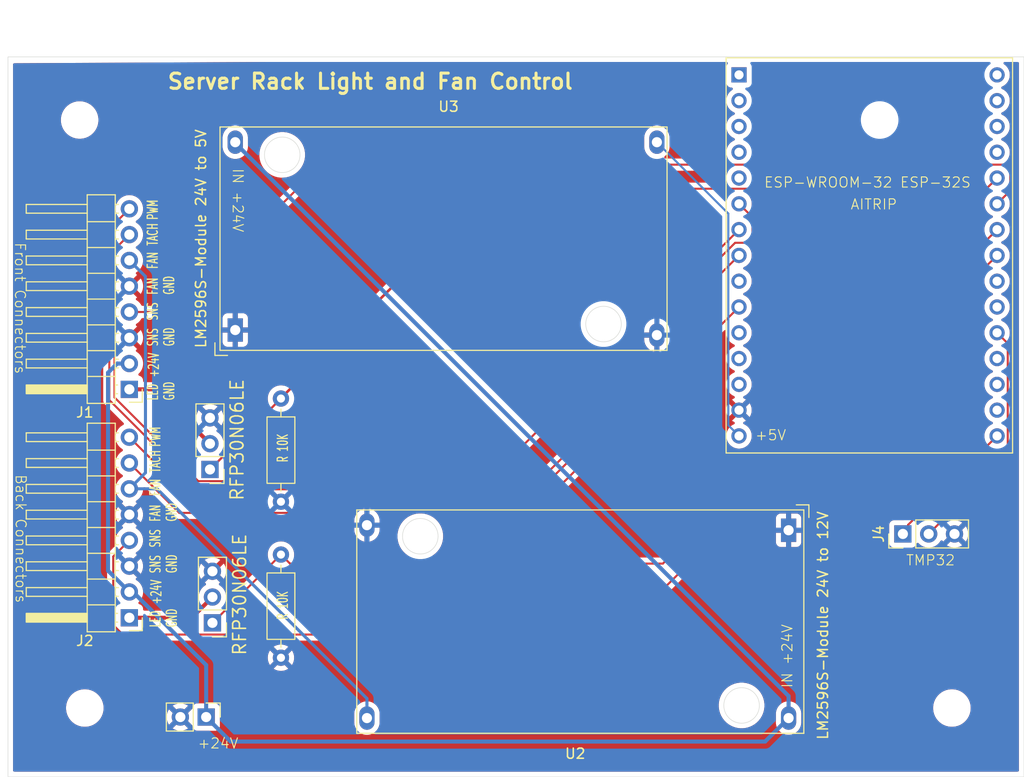
<source format=kicad_pcb>
(kicad_pcb (version 20241229) (generator "pcbnew") (generator_version "9.0")
  (layers (0 "F.Cu" signal) (2 "B.Cu" signal) (13 "F.Paste" user) (15 "B.Paste" user) (5 "F.SilkS" user "F.Silkscreen") (7 "B.SilkS" user "B.Silkscreen") (1 "F.Mask" user) (3 "B.Mask" user) (25 "Edge.Cuts" user))
  (net 0 "")
  (net 1 "/FRONT_LED_GATE")
  (net 2 "/BACK_LED_GATE")
  (net 3 "GND")
  (net 4 "/FRONT_FAN_TACH")
  (net 5 "/FRONT_FAN_PWM")
  (net 6 "/FRONT_LED")
  (net 7 "/BACK_LED")
  (net 8 "/BACK_FAN_PWM")
  (net 9 "/BACK_FAN_TACH")
  (net 10 "+12V")
  (net 11 "+24V")
  (net 12 "+5V")
  (net 30 "/FRONT_DOOR_SENSOR")
  (net 31 "/BACK_DOOR_SENSOR")
  (net 32 "/TMP_SENSOR")
  (net 33 "/3V3")
  (footprint "Connector_PinHeader_2.54mm:PinHeader_1x08_P2.54mm_Horizontal" (layer "F.Cu") (at 108.979 84.99 180)
    (property "Reference" "J1" (at 4.385 -2.27 0) (layer "F.SilkS"))
    (property "Value" "Front Connections")
    (fp_line (start 10.15 18.21) (end 4.15 18.21) (stroke (width 0.12)) (layer "F.SilkS"))
    (fp_line (start 10.15 17.35) (end 10.15 18.21) (stroke (width 0.12)) (layer "F.SilkS"))
    (fp_line (start 10.15 15.67) (end 4.15 15.67) (stroke (width 0.12)) (layer "F.SilkS"))
    (fp_line (start 10.15 14.81) (end 10.15 15.67) (stroke (width 0.12)) (layer "F.SilkS"))
    (fp_line (start 10.15 13.13) (end 4.15 13.13) (stroke (width 0.12)) (layer "F.SilkS"))
    (fp_line (start 10.15 12.27) (end 10.15 13.13) (stroke (width 0.12)) (layer "F.SilkS"))
    (fp_line (start 10.15 10.59) (end 4.15 10.59) (stroke (width 0.12)) (layer "F.SilkS"))
    (fp_line (start 10.15 9.73) (end 10.15 10.59) (stroke (width 0.12)) (layer "F.SilkS"))
    (fp_line (start 10.15 8.05) (end 4.15 8.05) (stroke (width 0.12)) (layer "F.SilkS"))
    (fp_line (start 10.15 7.19) (end 10.15 8.05) (stroke (width 0.12)) (layer "F.SilkS"))
    (fp_line (start 10.15 5.51) (end 4.15 5.51) (stroke (width 0.12)) (layer "F.SilkS"))
    (fp_line (start 10.15 4.65) (end 10.15 5.51) (stroke (width 0.12)) (layer "F.SilkS"))
    (fp_line (start 10.15 2.97) (end 4.15 2.97) (stroke (width 0.12)) (layer "F.SilkS"))
    (fp_line (start 10.15 2.11) (end 10.15 2.97) (stroke (width 0.12)) (layer "F.SilkS"))
    (fp_line (start 4.15 19.16) (end 4.15 -1.38) (stroke (width 0.12)) (layer "F.SilkS"))
    (fp_line (start 4.15 17.35) (end 10.15 17.35) (stroke (width 0.12)) (layer "F.SilkS"))
    (fp_line (start 4.15 14.81) (end 10.15 14.81) (stroke (width 0.12)) (layer "F.SilkS"))
    (fp_line (start 4.15 12.27) (end 10.15 12.27) (stroke (width 0.12)) (layer "F.SilkS"))
    (fp_line (start 4.15 9.73) (end 10.15 9.73) (stroke (width 0.12)) (layer "F.SilkS"))
    (fp_line (start 4.15 7.19) (end 10.15 7.19) (stroke (width 0.12)) (layer "F.SilkS"))
    (fp_line (start 4.15 4.65) (end 10.15 4.65) (stroke (width 0.12)) (layer "F.SilkS"))
    (fp_line (start 4.15 2.11) (end 10.15 2.11) (stroke (width 0.12)) (layer "F.SilkS"))
    (fp_line (start 4.15 -1.38) (end 1.39 -1.38) (stroke (width 0.12)) (layer "F.SilkS"))
    (fp_line (start 1.39 19.16) (end 4.15 19.16) (stroke (width 0.12)) (layer "F.SilkS"))
    (fp_line (start 1.39 16.51) (end 4.15 16.51) (stroke (width 0.12)) (layer "F.SilkS"))
    (fp_line (start 1.39 13.97) (end 4.15 13.97) (stroke (width 0.12)) (layer "F.SilkS"))
    (fp_line (start 1.39 11.43) (end 4.15 11.43) (stroke (width 0.12)) (layer "F.SilkS"))
    (fp_line (start 1.39 8.89) (end 4.15 8.89) (stroke (width 0.12)) (layer "F.SilkS"))
    (fp_line (start 1.39 6.35) (end 4.15 6.35) (stroke (width 0.12)) (layer "F.SilkS"))
    (fp_line (start 1.39 3.81) (end 4.15 3.81) (stroke (width 0.12)) (layer "F.SilkS"))
    (fp_line (start 1.39 1.27) (end 4.15 1.27) (stroke (width 0.12)) (layer "F.SilkS"))
    (fp_line (start 1.39 -1.38) (end 1.39 19.16) (stroke (width 0.12)) (layer "F.SilkS"))
    (fp_line (start 1.16 0.43) (end 1.39 0.43) (stroke (width 0.12)) (layer "F.SilkS"))
    (fp_line (start 1.16 -0.43) (end 1.39 -0.43) (stroke (width 0.12)) (layer "F.SilkS"))
    (fp_line (start 1.077358 18.21) (end 1.39 18.21) (stroke (width 0.12)) (layer "F.SilkS"))
    (fp_line (start 1.077358 17.35) (end 1.39 17.35) (stroke (width 0.12)) (layer "F.SilkS"))
    (fp_line (start 1.077358 15.67) (end 1.39 15.67) (stroke (width 0.12)) (layer "F.SilkS"))
    (fp_line (start 1.077358 14.81) (end 1.39 14.81) (stroke (width 0.12)) (layer "F.SilkS"))
    (fp_line (start 1.077358 13.13) (end 1.39 13.13) (stroke (width 0.12)) (layer "F.SilkS"))
    (fp_line (start 1.077358 12.27) (end 1.39 12.27) (stroke (width 0.12)) (layer "F.SilkS"))
    (fp_line (start 1.077358 10.59) (end 1.39 10.59) (stroke (width 0.12)) (layer "F.SilkS"))
    (fp_line (start 1.077358 9.73) (end 1.39 9.73) (stroke (width 0.12)) (layer "F.SilkS"))
    (fp_line (start 1.077358 8.05) (end 1.39 8.05) (stroke (width 0.12)) (layer "F.SilkS"))
    (fp_line (start 1.077358 7.19) (end 1.39 7.19) (stroke (width 0.12)) (layer "F.SilkS"))
    (fp_line (start 1.077358 5.51) (end 1.39 5.51) (stroke (width 0.12)) (layer "F.SilkS"))
    (fp_line (start 1.077358 4.65) (end 1.39 4.65) (stroke (width 0.12)) (layer "F.SilkS"))
    (fp_line (start 1.077358 2.97) (end 1.39 2.97) (stroke (width 0.12)) (layer "F.SilkS"))
    (fp_line (start 1.077358 2.11) (end 1.39 2.11) (stroke (width 0.12)) (layer "F.SilkS"))
    (fp_line (start -1.27 0) (end -1.27 -1.27) (stroke (width 0.12)) (layer "F.SilkS"))
    (fp_line (start -1.27 -1.27) (end 0 -1.27) (stroke (width 0.12)) (layer "F.SilkS"))
    (fp_rect (start 4.15 -0.43) (end 10.15 0.43) (stroke (width 0.12)) (fill yes) (layer "F.SilkS"))
    (pad "1" thru_hole rect (at 0 0 180) (size 1.7 1.7) (drill 1) (layers "*.Cu" "*.Mask") (net 6 "/FRONT_LED"))
    (pad "2" thru_hole circle (at 0 2.54 180) (size 1.7 1.7) (drill 1) (layers "*.Cu" "*.Mask") (net 11 "+24V"))
    (pad "3" thru_hole circle (at 0 5.08 180) (size 1.7 1.7) (drill 1) (layers "*.Cu" "*.Mask") (net 3 "GND"))
    (pad "4" thru_hole circle (at 0 7.62 180) (size 1.7 1.7) (drill 1) (layers "*.Cu" "*.Mask") (net 30 "/FRONT_DOOR_SENSOR"))
    (pad "5" thru_hole circle (at 0 10.16 180) (size 1.7 1.7) (drill 1) (layers "*.Cu" "*.Mask") (net 3 "GND"))
    (pad "6" thru_hole circle (at 0 12.7 180) (size 1.7 1.7) (drill 1) (layers "*.Cu" "*.Mask") (net 10 "+12V"))
    (pad "7" thru_hole circle (at 0 15.24 180) (size 1.7 1.7) (drill 1) (layers "*.Cu" "*.Mask") (net 4 "/FRONT_FAN_TACH"))
    (pad "8" thru_hole circle (at 0 17.78 180) (size 1.7 1.7) (drill 1) (layers "*.Cu" "*.Mask") (net 5 "/FRONT_FAN_PWM"))
  )
  (footprint "Connector_PinHeader_2.54mm:PinHeader_1x03_P2.54mm_Vertical" (layer "F.Cu") (at 185.112 99.231 90)
    (property "Reference" "J4" (at 0 -2.38 90) (layer "F.SilkS"))
    (property "Value" "TMP32")
    (fp_line (start -1.38 -1.38) (end 0 -1.38) (stroke (width 0.12)) (layer "F.SilkS"))
    (fp_line (start -1.38 0) (end -1.38 -1.38) (stroke (width 0.12)) (layer "F.SilkS"))
    (fp_line (start 1.38 1.27) (end 1.38 6.46) (stroke (width 0.12)) (layer "F.SilkS"))
    (fp_line (start -1.38 1.27) (end 1.38 1.27) (stroke (width 0.12)) (layer "F.SilkS"))
    (fp_line (start -1.38 1.27) (end -1.38 6.46) (stroke (width 0.12)) (layer "F.SilkS"))
    (fp_line (start -1.38 6.46) (end 1.38 6.46) (stroke (width 0.12)) (layer "F.SilkS"))
    (pad "1" thru_hole rect (at 0 0 90) (size 1.7 1.7) (drill 1) (layers "*.Cu" "*.Mask") (net 33 "/3V3"))
    (pad "2" thru_hole circle (at 0 2.54 90) (size 1.7 1.7) (drill 1) (layers "*.Cu" "*.Mask") (net 32 "/TMP_SENSOR"))
    (pad "3" thru_hole circle (at 0 5.08 90) (size 1.7 1.7) (drill 1) (layers "*.Cu" "*.Mask") (net 3 "GND"))
  )
  (footprint "MountingHole:MountingHole_3.2mm_M3" (layer "F.Cu") (at 104.594 116.376)
    (property "Reference" "REF**" (hide yes))
    (property "Value" "MountingHole_3.2mm_M3" (hide yes))
    (pad "" np_thru_hole circle (at 0 0) (size 3.2 3.2) (drill 3.2) (layers "*.Cu" "*.Mask"))
  )
  (footprint "Mine:ESP32-C3-DevKitM-1" (layer "F.Cu") (at 168.983 54.019)
    (property "Reference" "U1" (hide yes))
    (property "Value" "ESP32" (hide yes))
    (fp_line (start -1.27 -1.68) (end 26.924 -1.68) (stroke (width 0.12)) (layer "F.SilkS"))
    (fp_line (start -1.27 37.24) (end -1.27 -1.68) (stroke (width 0.12)) (layer "F.SilkS"))
    (fp_line (start 26.924 -1.68) (end 26.924 37.24) (stroke (width 0.12)) (layer "F.SilkS"))
    (fp_line (start 26.924 37.24) (end -1.27 37.24) (stroke (width 0.12)) (layer "F.SilkS"))
    (pad "1" thru_hole circle (at 0 33.02) (size 1.5 1.5) (drill 0.9) (layers "*.Cu" "*.Mask") (net 3 "GND"))
    (pad "2" thru_hole circle (at 25.4 35.56) (size 1.5 1.5) (drill 0.9) (layers "*.Cu" "*.Mask") (net 33 "/3V3"))
    (pad "3" thru_hole rect (at 0 0) (size 1.5 1.5) (drill 0.9) (layers "*.Cu" "*.Mask"))
    (pad "4" thru_hole circle (at 0 2.54) (size 1.5 1.5) (drill 0.9) (layers "*.Cu" "*.Mask"))
    (pad "5" thru_hole circle (at 0 5.08) (size 1.5 1.5) (drill 0.9) (layers "*.Cu" "*.Mask"))
    (pad "5V" thru_hole circle (at 0 35.56) (size 1.5 1.5) (drill 0.9) (layers "*.Cu" "*.Mask") (net 12 "+5V"))
    (pad "6" thru_hole circle (at 0 7.62) (size 1.5 1.5) (drill 0.9) (layers "*.Cu" "*.Mask"))
    (pad "7" thru_hole circle (at 0 10.16) (size 1.5 1.5) (drill 0.9) (layers "*.Cu" "*.Mask"))
    (pad "8" thru_hole circle (at 0 12.7) (size 1.5 1.5) (drill 0.9) (layers "*.Cu" "*.Mask") (net 5 "/FRONT_FAN_PWM"))
    (pad "9" thru_hole circle (at 0 15.24) (size 1.5 1.5) (drill 0.9) (layers "*.Cu" "*.Mask") (net 4 "/FRONT_FAN_TACH"))
    (pad "10" thru_hole circle (at 0 17.78) (size 1.5 1.5) (drill 0.9) (layers "*.Cu" "*.Mask") (net 8 "/BACK_FAN_PWM"))
    (pad "11" thru_hole circle (at 0 20.32) (size 1.5 1.5) (drill 0.9) (layers "*.Cu" "*.Mask"))
    (pad "12" thru_hole circle (at 0 22.86) (size 1.5 1.5) (drill 0.9) (layers "*.Cu" "*.Mask") (net 9 "/BACK_FAN_TACH"))
    (pad "13" thru_hole circle (at 0 25.4) (size 1.5 1.5) (drill 0.9) (layers "*.Cu" "*.Mask"))
    (pad "14" thru_hole circle (at 0 27.94) (size 1.5 1.5) (drill 0.9) (layers "*.Cu" "*.Mask"))
    (pad "16" thru_hole circle (at 0 30.48) (size 1.5 1.5) (drill 0.9) (layers "*.Cu" "*.Mask"))
    (pad "23" thru_hole circle (at 25.4 30.48) (size 1.5 1.5) (drill 0.9) (layers "*.Cu" "*.Mask"))
    (pad "24" thru_hole circle (at 25.4 27.94) (size 1.5 1.5) (drill 0.9) (layers "*.Cu" "*.Mask"))
    (pad "26" thru_hole circle (at 25.4 25.4) (size 1.5 1.5) (drill 0.9) (layers "*.Cu" "*.Mask") (net 32 "/TMP_SENSOR"))
    (pad "27" thru_hole circle (at 25.4 22.86) (size 1.5 1.5) (drill 0.9) (layers "*.Cu" "*.Mask"))
    (pad "28" thru_hole circle (at 25.4 20.32) (size 1.5 1.5) (drill 0.9) (layers "*.Cu" "*.Mask"))
    (pad "29" thru_hole circle (at 25.4 17.78) (size 1.5 1.5) (drill 0.9) (layers "*.Cu" "*.Mask") (net 31 "/BACK_DOOR_SENSOR"))
    (pad "30" thru_hole circle (at 25.4 15.24) (size 1.5 1.5) (drill 0.9) (layers "*.Cu" "*.Mask") (net 2 "/BACK_LED_GATE"))
    (pad "31" thru_hole circle (at 25.4 12.7) (size 1.5 1.5) (drill 0.9) (layers "*.Cu" "*.Mask") (net 30 "/FRONT_DOOR_SENSOR"))
    (pad "33" thru_hole circle (at 25.4 10.16) (size 1.5 1.5) (drill 0.9) (layers "*.Cu" "*.Mask") (net 1 "/FRONT_LED_GATE"))
    (pad "34" thru_hole circle (at 25.4 7.62) (size 1.5 1.5) (drill 0.9) (layers "*.Cu" "*.Mask"))
    (pad "35" thru_hole circle (at 25.4 5.08) (size 1.5 1.5) (drill 0.9) (layers "*.Cu" "*.Mask"))
    (pad "36" thru_hole circle (at 25.4 2.54) (size 1.5 1.5) (drill 0.9) (layers "*.Cu" "*.Mask"))
    (pad "37" thru_hole circle (at 25.4 0) (size 1.5 1.5) (drill 0.9) (layers "*.Cu" "*.Mask"))
    (pad "38" thru_hole circle (at 25.4 33.02) (size 1.5 1.5) (drill 0.9) (layers "*.Cu" "*.Mask"))
  )
  (footprint "Connector_PinHeader_2.54mm:PinHeader_1x03_P2.54mm_Vertical" (layer "F.Cu") (at 116.913 92.881 180)
    (property "Reference" "Q1" (hide yes))
    (property "Value" "RFP30N06LE" (hide yes))
    (fp_line (start 1.38 1.27) (end 1.38 6.46) (stroke (width 0.12)) (layer "F.SilkS"))
    (fp_line (start -1.38 6.46) (end 1.38 6.46) (stroke (width 0.12)) (layer "F.SilkS"))
    (fp_line (start -1.38 1.27) (end 1.38 1.27) (stroke (width 0.12)) (layer "F.SilkS"))
    (fp_line (start -1.38 1.27) (end -1.38 6.46) (stroke (width 0.12)) (layer "F.SilkS"))
    (fp_line (start -1.38 0) (end -1.38 -1.38) (stroke (width 0.12)) (layer "F.SilkS"))
    (fp_line (start -1.38 -1.38) (end 0 -1.38) (stroke (width 0.12)) (layer "F.SilkS"))
    (pad "1" thru_hole rect (at 0 0 180) (size 1.7 1.7) (drill 1) (layers "*.Cu" "*.Mask") (net 1 "/FRONT_LED_GATE"))
    (pad "2" thru_hole circle (at 0 2.54 180) (size 1.7 1.7) (drill 1) (layers "*.Cu" "*.Mask") (net 6 "/FRONT_LED"))
    (pad "3" thru_hole circle (at 0 5.08 180) (size 1.7 1.7) (drill 1) (layers "*.Cu" "*.Mask") (net 3 "GND"))
  )
  (footprint "MountingHole:MountingHole_3.2mm_M3" (layer "F.Cu") (at 189.938 116.376)
    (property "Reference" "REF**" (hide yes))
    (property "Value" "MountingHole_3.2mm_M3" (hide yes))
    (pad "" np_thru_hole circle (at 0 0) (size 3.2 3.2) (drill 3.2) (layers "*.Cu" "*.Mask"))
  )
  (footprint "MountingHole:MountingHole_3.2mm_M3" (layer "F.Cu") (at 104.086 58.464)
    (property "Reference" "REF**" (hide yes))
    (property "Value" "MountingHole_3.2mm_M3" (hide yes))
    (pad "" np_thru_hole circle (at 0 0) (size 3.2 3.2) (drill 3.2) (layers "*.Cu" "*.Mask"))
  )
  (footprint "Resistor_THT:R_Axial_DIN0207_L6.3mm_D2.5mm_P10.16mm_Horizontal" (layer "F.Cu") (at 123.898 85.896 -90)
    (property "Reference" "R1" (hide yes))
    (property "Value" "10k" (hide yes))
    (fp_line (start 1.04 0) (end 1.81 0) (stroke (width 0.12)) (layer "F.SilkS"))
    (fp_line (start 9.12 0) (end 8.35 0) (stroke (width 0.12)) (layer "F.SilkS"))
    (fp_rect (start 1.81 -1.37) (end 8.35 1.37) (stroke (width 0.12)) (fill no) (layer "F.SilkS"))
    (pad "1" thru_hole circle (at 0 0 270) (size 1.6 1.6) (drill 0.8) (layers "*.Cu" "*.Mask") (net 1 "/FRONT_LED_GATE"))
    (pad "2" thru_hole circle (at 10.16 0 270) (size 1.6 1.6) (drill 0.8) (layers "*.Cu" "*.Mask") (net 3 "GND"))
  )
  (footprint "Mine:LM2596 DC to DC High Efficiency Voltage Regulator 3.2-35V to 1.25-30V Buck Converter" (layer "F.Cu") (at 153.362 107.867 180)
    (property "Reference" "U2" (at 0.5 -13 0) (layer "F.SilkS"))
    (property "Value" "LM2596S-Module 24V to 12V" (at -23.876 -0.376 90) (layer "F.SilkS"))
    (fp_line (start 22 11) (end -22 11) (stroke (width 0.12)) (layer "F.SilkS"))
    (fp_line (start 22 -11) (end 22 11) (stroke (width 0.12)) (layer "F.SilkS"))
    (fp_line (start -22 11) (end -22 -11) (stroke (width 0.12)) (layer "F.SilkS"))
    (fp_line (start -22 -11) (end 22 -11) (stroke (width 0.12)) (layer "F.SilkS"))
    (fp_line (start -22.5 11.5) (end -21.26 11.5) (stroke (width 0.12)) (layer "F.SilkS"))
    (fp_line (start -22.5 10.26) (end -22.5 11.5) (stroke (width 0.12)) (layer "F.SilkS"))
    (fp_circle (center 15.748 8.41) (end 17.498 8.41) (stroke (width 0.05)) (fill no) (layer "Edge.Cuts"))
    (fp_circle (center -15.875 -8.255) (end -14.125 -8.255) (stroke (width 0.05)) (fill no) (layer "Edge.Cuts"))
    (pad "1" thru_hole oval (at -20.5 -9.5 180) (size 1.5 2.3) (drill 1) (layers "*.Cu" "*.Mask") (net 11 "+24V"))
    (pad "2" thru_hole rect (at -20.5 9 180) (size 1.5 2.3) (drill 1) (layers "*.Cu" "*.Mask") (net 3 "GND"))
    (pad "3" thru_hole oval (at 21 -9.5 180) (size 1.5 2.3) (drill 1) (layers "*.Cu" "*.Mask") (net 10 "+12V"))
    (pad "4" thru_hole oval (at 21 9.5 180) (size 1.5 2.3) (drill 1) (layers "*.Cu" "*.Mask") (net 3 "GND"))
  )
  (footprint "Connector_PinHeader_2.54mm:PinHeader_1x03_P2.54mm_Vertical" (layer "F.Cu") (at 117.155327 107.986566 180)
    (property "Reference" "Q2" (hide yes))
    (property "Value" "RFP30N06LE" (hide yes))
    (fp_line (start 1.38 1.27) (end 1.38 6.46) (stroke (width 0.12)) (layer "F.SilkS"))
    (fp_line (start -1.38 6.46) (end 1.38 6.46) (stroke (width 0.12)) (layer "F.SilkS"))
    (fp_line (start -1.38 1.27) (end 1.38 1.27) (stroke (width 0.12)) (layer "F.SilkS"))
    (fp_line (start -1.38 1.27) (end -1.38 6.46) (stroke (width 0.12)) (layer "F.SilkS"))
    (fp_line (start -1.38 0) (end -1.38 -1.38) (stroke (width 0.12)) (layer "F.SilkS"))
    (fp_line (start -1.38 -1.38) (end 0 -1.38) (stroke (width 0.12)) (layer "F.SilkS"))
    (pad "1" thru_hole rect (at 0 0 180) (size 1.7 1.7) (drill 1) (layers "*.Cu" "*.Mask") (net 2 "/BACK_LED_GATE"))
    (pad "2" thru_hole circle (at 0 2.54 180) (size 1.7 1.7) (drill 1) (layers "*.Cu" "*.Mask") (net 7 "/BACK_LED"))
    (pad "3" thru_hole circle (at 0 5.08 180) (size 1.7 1.7) (drill 1) (layers "*.Cu" "*.Mask") (net 3 "GND"))
  )
  (footprint "Connector_PinHeader_2.54mm:PinHeader_1x08_P2.54mm_Horizontal" (layer "F.Cu") (at 108.979 107.486 180)
    (property "Reference" "J2" (at 4.385 -2.27 0) (layer "F.SilkS"))
    (property "Value" "Back Connections")
    (fp_line (start 10.15 18.21) (end 4.15 18.21) (stroke (width 0.12)) (layer "F.SilkS"))
    (fp_line (start 10.15 17.35) (end 10.15 18.21) (stroke (width 0.12)) (layer "F.SilkS"))
    (fp_line (start 10.15 15.67) (end 4.15 15.67) (stroke (width 0.12)) (layer "F.SilkS"))
    (fp_line (start 10.15 14.81) (end 10.15 15.67) (stroke (width 0.12)) (layer "F.SilkS"))
    (fp_line (start 10.15 13.13) (end 4.15 13.13) (stroke (width 0.12)) (layer "F.SilkS"))
    (fp_line (start 10.15 12.27) (end 10.15 13.13) (stroke (width 0.12)) (layer "F.SilkS"))
    (fp_line (start 10.15 10.59) (end 4.15 10.59) (stroke (width 0.12)) (layer "F.SilkS"))
    (fp_line (start 10.15 9.73) (end 10.15 10.59) (stroke (width 0.12)) (layer "F.SilkS"))
    (fp_line (start 10.15 8.05) (end 4.15 8.05) (stroke (width 0.12)) (layer "F.SilkS"))
    (fp_line (start 10.15 7.19) (end 10.15 8.05) (stroke (width 0.12)) (layer "F.SilkS"))
    (fp_line (start 10.15 5.51) (end 4.15 5.51) (stroke (width 0.12)) (layer "F.SilkS"))
    (fp_line (start 10.15 4.65) (end 10.15 5.51) (stroke (width 0.12)) (layer "F.SilkS"))
    (fp_line (start 10.15 2.97) (end 4.15 2.97) (stroke (width 0.12)) (layer "F.SilkS"))
    (fp_line (start 10.15 2.11) (end 10.15 2.97) (stroke (width 0.12)) (layer "F.SilkS"))
    (fp_line (start 4.15 19.16) (end 4.15 -1.38) (stroke (width 0.12)) (layer "F.SilkS"))
    (fp_line (start 4.15 17.35) (end 10.15 17.35) (stroke (width 0.12)) (layer "F.SilkS"))
    (fp_line (start 4.15 14.81) (end 10.15 14.81) (stroke (width 0.12)) (layer "F.SilkS"))
    (fp_line (start 4.15 12.27) (end 10.15 12.27) (stroke (width 0.12)) (layer "F.SilkS"))
    (fp_line (start 4.15 9.73) (end 10.15 9.73) (stroke (width 0.12)) (layer "F.SilkS"))
    (fp_line (start 4.15 7.19) (end 10.15 7.19) (stroke (width 0.12)) (layer "F.SilkS"))
    (fp_line (start 4.15 4.65) (end 10.15 4.65) (stroke (width 0.12)) (layer "F.SilkS"))
    (fp_line (start 4.15 2.11) (end 10.15 2.11) (stroke (width 0.12)) (layer "F.SilkS"))
    (fp_line (start 4.15 -1.38) (end 1.39 -1.38) (stroke (width 0.12)) (layer "F.SilkS"))
    (fp_line (start 1.39 19.16) (end 4.15 19.16) (stroke (width 0.12)) (layer "F.SilkS"))
    (fp_line (start 1.39 16.51) (end 4.15 16.51) (stroke (width 0.12)) (layer "F.SilkS"))
    (fp_line (start 1.39 13.97) (end 4.15 13.97) (stroke (width 0.12)) (layer "F.SilkS"))
    (fp_line (start 1.39 11.43) (end 4.15 11.43) (stroke (width 0.12)) (layer "F.SilkS"))
    (fp_line (start 1.39 8.89) (end 4.15 8.89) (stroke (width 0.12)) (layer "F.SilkS"))
    (fp_line (start 1.39 6.35) (end 4.15 6.35) (stroke (width 0.12)) (layer "F.SilkS"))
    (fp_line (start 1.39 3.81) (end 4.15 3.81) (stroke (width 0.12)) (layer "F.SilkS"))
    (fp_line (start 1.39 1.27) (end 4.15 1.27) (stroke (width 0.12)) (layer "F.SilkS"))
    (fp_line (start 1.39 -1.38) (end 1.39 19.16) (stroke (width 0.12)) (layer "F.SilkS"))
    (fp_line (start 1.16 0.43) (end 1.39 0.43) (stroke (width 0.12)) (layer "F.SilkS"))
    (fp_line (start 1.16 -0.43) (end 1.39 -0.43) (stroke (width 0.12)) (layer "F.SilkS"))
    (fp_line (start 1.077358 18.21) (end 1.39 18.21) (stroke (width 0.12)) (layer "F.SilkS"))
    (fp_line (start 1.077358 17.35) (end 1.39 17.35) (stroke (width 0.12)) (layer "F.SilkS"))
    (fp_line (start 1.077358 15.67) (end 1.39 15.67) (stroke (width 0.12)) (layer "F.SilkS"))
    (fp_line (start 1.077358 14.81) (end 1.39 14.81) (stroke (width 0.12)) (layer "F.SilkS"))
    (fp_line (start 1.077358 13.13) (end 1.39 13.13) (stroke (width 0.12)) (layer "F.SilkS"))
    (fp_line (start 1.077358 12.27) (end 1.39 12.27) (stroke (width 0.12)) (layer "F.SilkS"))
    (fp_line (start 1.077358 10.59) (end 1.39 10.59) (stroke (width 0.12)) (layer "F.SilkS"))
    (fp_line (start 1.077358 9.73) (end 1.39 9.73) (stroke (width 0.12)) (layer "F.SilkS"))
    (fp_line (start 1.077358 8.05) (end 1.39 8.05) (stroke (width 0.12)) (layer "F.SilkS"))
    (fp_line (start 1.077358 7.19) (end 1.39 7.19) (stroke (width 0.12)) (layer "F.SilkS"))
    (fp_line (start 1.077358 5.51) (end 1.39 5.51) (stroke (width 0.12)) (layer "F.SilkS"))
    (fp_line (start 1.077358 4.65) (end 1.39 4.65) (stroke (width 0.12)) (layer "F.SilkS"))
    (fp_line (start 1.077358 2.97) (end 1.39 2.97) (stroke (width 0.12)) (layer "F.SilkS"))
    (fp_line (start 1.077358 2.11) (end 1.39 2.11) (stroke (width 0.12)) (layer "F.SilkS"))
    (fp_line (start -1.27 0) (end -1.27 -1.27) (stroke (width 0.12)) (layer "F.SilkS"))
    (fp_line (start -1.27 -1.27) (end 0 -1.27) (stroke (width 0.12)) (layer "F.SilkS"))
    (fp_rect (start 4.15 -0.43) (end 10.15 0.43) (stroke (width 0.12)) (fill yes) (layer "F.SilkS"))
    (pad "1" thru_hole rect (at 0 0 180) (size 1.7 1.7) (drill 1) (layers "*.Cu" "*.Mask") (net 7 "/BACK_LED"))
    (pad "2" thru_hole circle (at 0 2.54 180) (size 1.7 1.7) (drill 1) (layers "*.Cu" "*.Mask") (net 11 "+24V"))
    (pad "3" thru_hole circle (at 0 5.08 180) (size 1.7 1.7) (drill 1) (layers "*.Cu" "*.Mask") (net 3 "GND"))
    (pad "4" thru_hole circle (at 0 7.62 180) (size 1.7 1.7) (drill 1) (layers "*.Cu" "*.Mask") (net 31 "/BACK_DOOR_SENSOR"))
    (pad "5" thru_hole circle (at 0 10.16 180) (size 1.7 1.7) (drill 1) (layers "*.Cu" "*.Mask") (net 3 "GND"))
    (pad "6" thru_hole circle (at 0 12.7 180) (size 1.7 1.7) (drill 1) (layers "*.Cu" "*.Mask") (net 10 "+12V"))
    (pad "7" thru_hole circle (at 0 15.24 180) (size 1.7 1.7) (drill 1) (layers "*.Cu" "*.Mask") (net 9 "/BACK_FAN_TACH"))
    (pad "8" thru_hole circle (at 0 17.78 180) (size 1.7 1.7) (drill 1) (layers "*.Cu" "*.Mask") (net 8 "/BACK_FAN_PWM"))
  )
  (footprint "Resistor_THT:R_Axial_DIN0207_L6.3mm_D2.5mm_P10.16mm_Horizontal" (layer "F.Cu") (at 123.898 101.263 -90)
    (property "Reference" "R2" (hide yes))
    (property "Value" "10k" (hide yes))
    (fp_line (start 1.04 0) (end 1.81 0) (stroke (width 0.12)) (layer "F.SilkS"))
    (fp_line (start 9.12 0) (end 8.35 0) (stroke (width 0.12)) (layer "F.SilkS"))
    (fp_rect (start 1.81 -1.37) (end 8.35 1.37) (stroke (width 0.12)) (fill no) (layer "F.SilkS"))
    (pad "1" thru_hole circle (at 0 0 270) (size 1.6 1.6) (drill 0.8) (layers "*.Cu" "*.Mask") (net 2 "/BACK_LED_GATE"))
    (pad "2" thru_hole circle (at 10.16 0 270) (size 1.6 1.6) (drill 0.8) (layers "*.Cu" "*.Mask") (net 3 "GND"))
  )
  (footprint "Connector_PinHeader_2.54mm:PinHeader_1x02_P2.54mm_Vertical" (layer "F.Cu") (at 116.537 117.265 -90)
    (property "Reference" "J3" (hide yes))
    (property "Value" "Barrel_Jack")
    (fp_line (start -1.38 3.92) (end 1.38 3.92) (stroke (width 0.12)) (layer "F.SilkS"))
    (fp_line (start -1.38 1.27) (end -1.38 3.92) (stroke (width 0.12)) (layer "F.SilkS"))
    (fp_line (start -1.38 1.27) (end 1.38 1.27) (stroke (width 0.12)) (layer "F.SilkS"))
    (fp_line (start 1.38 1.27) (end 1.38 3.92) (stroke (width 0.12)) (layer "F.SilkS"))
    (fp_line (start -1.38 0) (end -1.38 -1.38) (stroke (width 0.12)) (layer "F.SilkS"))
    (fp_line (start -1.38 -1.38) (end 0 -1.38) (stroke (width 0.12)) (layer "F.SilkS"))
    (pad "1" thru_hole rect (at 0 0 270) (size 1.7 1.7) (drill 1) (layers "*.Cu" "*.Mask") (net 11 "+24V"))
    (pad "2" thru_hole circle (at 0 2.54 270) (size 1.7 1.7) (drill 1) (layers "*.Cu" "*.Mask") (net 3 "GND"))
  )
  (footprint "Mine:LM2596 DC to DC High Efficiency Voltage Regulator 3.2-35V to 1.25-30V Buck Converter" (layer "F.Cu") (at 139.9 70.148)
    (property "Reference" "U3" (at 0.5 -13 0) (layer "F.SilkS"))
    (property "Value" "LM2596S-Module 24V to 5V" (at -23.876 0 270) (layer "F.SilkS"))
    (fp_line (start -22.5 10.26) (end -22.5 11.5) (stroke (width 0.12)) (layer "F.SilkS"))
    (fp_line (start -22.5 11.5) (end -21.26 11.5) (stroke (width 0.12)) (layer "F.SilkS"))
    (fp_line (start -22 -11) (end 22 -11) (stroke (width 0.12)) (layer "F.SilkS"))
    (fp_line (start -22 11) (end -22 -11) (stroke (width 0.12)) (layer "F.SilkS"))
    (fp_line (start 22 -11) (end 22 11) (stroke (width 0.12)) (layer "F.SilkS"))
    (fp_line (start 22 11) (end -22 11) (stroke (width 0.12)) (layer "F.SilkS"))
    (fp_circle (center -15.875 -8.255) (end -14.125 -8.255) (stroke (width 0.05)) (fill no) (layer "Edge.Cuts"))
    (fp_circle (center 15.748 8.41) (end 17.498 8.41) (stroke (width 0.05)) (fill no) (layer "Edge.Cuts"))
    (pad "1" thru_hole oval (at -20.5 -9.5) (size 1.5 2.3) (drill 1) (layers "*.Cu" "*.Mask") (net 11 "+24V"))
    (pad "2" thru_hole rect (at -20.5 9) (size 1.5 2.3) (drill 1) (layers "*.Cu" "*.Mask") (net 3 "GND"))
    (pad "3" thru_hole oval (at 21 -9.5) (size 1.5 2.3) (drill 1) (layers "*.Cu" "*.Mask") (net 12 "+5V"))
    (pad "4" thru_hole oval (at 21 9.5) (size 1.5 2.3) (drill 1) (layers "*.Cu" "*.Mask") (net 3 "GND"))
  )
  (footprint "MountingHole:MountingHole_3.2mm_M3" (layer "F.Cu") (at 182.826 58.464)
    (property "Reference" "REF**" (hide yes))
    (property "Value" "MountingHole_3.2mm_M3" (hide yes))
    (pad "" np_thru_hole circle (at 0 0) (size 3.2 3.2) (drill 3.2) (layers "*.Cu" "*.Mask"))
  )
  (gr_rect (start 97.03 52.245) (end 197.03 123.145) (stroke (width 0.05)) (fill no) (layer "Edge.Cuts"))
  (gr_text "SNS" (at 110.69 78.276 90) (layer "F.SilkS") (effects (font (size 1 0.6) (thickness 0.12) (bold yes)) (justify left top)))
  (gr_text "TMP32" (at 185.366 102.406 0) (layer "F.SilkS") (effects (font (size 1 1) (thickness 0.1)) (justify left bottom)))
  (gr_text "+5V" (at 170.507 90.087 0) (layer "F.SilkS") (effects (font (size 1 1) (thickness 0.1)) (justify left bottom)))
  (gr_text "+24V" (at 112.214 106.216 90) (layer "F.SilkS") (effects (font (size 1 0.6) (thickness 0.12) (bold yes)) (justify left bottom)))
  (gr_text "R 10K" (at 124.66 107.74 90) (layer "F.SilkS") (effects (font (size 1 0.6) (thickness 0.12) (bold yes)) (justify left bottom)))
  (gr_text "Back Connectors" (at 97.703243 93.307972 270) (layer "F.SilkS") (effects (font (size 1 1) (thickness 0.1)) (justify left bottom)))
  (gr_text "LED\nGND" (at 113.484 86.15 90) (layer "F.SilkS") (effects (font (size 1 0.6) (thickness 0.12) (bold yes)) (justify left bottom)))
  (gr_text "ESP-WROOM-32 ESP-32S" (at 171.396 65.195 0) (layer "F.SilkS") (effects (font (size 1 1) (thickness 0.1)) (justify left bottom)))
  (gr_text "+24V" (at 115.643 120.44 0) (layer "F.SilkS") (effects (font (size 1 1) (thickness 0.1)) (justify left bottom)))
  (gr_text "IN +24V" (at 119.072 63.163 270) (layer "F.SilkS") (effects (font (size 1 1) (thickness 0.1)) (justify left bottom)))
  (gr_text "IN +24V" (at 174.317 114.471 90) (layer "F.SilkS") (effects (font (size 1 1) (thickness 0.1)) (justify left bottom)))
  (gr_text "PWM" (at 110.69 68.37 90) (layer "F.SilkS") (effects (font (size 1 0.6) (thickness 0.12) (bold yes)) (justify left top)))
  (gr_text "FAN" (at 110.944 95.548 90) (layer "F.SilkS") (effects (font (size 1 0.6) (thickness 0.12) (bold yes)) (justify left top)))
  (gr_text "Front Connectors" (at 97.635721 70.461045 270) (layer "F.SilkS") (effects (font (size 1 1) (thickness 0.1)) (justify left bottom)))
  (gr_text "R 10K" (at 124.66 92.246 90) (layer "F.SilkS") (effects (font (size 1 0.6) (thickness 0.12) (bold yes)) (justify left bottom)))
  (gr_text "PWM" (at 110.944 90.722 90) (layer "F.SilkS") (effects (font (size 1 0.6) (thickness 0.12) (bold yes)) (justify left top)))
  (gr_text "RFP30N06LE" (at 119.834 105.2 90) (layer "F.SilkS") (effects (font (size 1.27 1.27))))
  (gr_text "RFP30N06LE" (at 119.58 89.96 90) (layer "F.SilkS") (effects (font (size 1.27 1.27))))
  (gr_text "TACH" (at 110.69 70.91 90) (layer "F.SilkS") (effects (font (size 1 0.6) (thickness 0.12) (bold yes)) (justify left top)))
  (gr_text "TACH" (at 110.944 93.262 90) (layer "F.SilkS") (effects (font (size 1 0.6) (thickness 0.12) (bold yes)) (justify left top)))
  (gr_text "Server Rack Light and Fan Control" (at 112.595 55.543 0) (layer "F.SilkS") (effects (font (size 1.5 1.5) (thickness 0.3) (bold yes)) (justify left bottom)))
  (gr_text "+24V" (at 111.96 83.864 90) (layer "F.SilkS") (effects (font (size 1 0.6) (thickness 0.12) (bold yes)) (justify left bottom)))
  (gr_text "SNS\nGND" (at 113.484 80.816 90) (layer "F.SilkS") (effects (font (size 1 0.6) (thickness 0.12) (bold yes)) (justify left bottom)))
  (gr_text "FAN" (at 110.69 73.196 90) (layer "F.SilkS") (effects (font (size 1 0.6) (thickness 0.12) (bold yes)) (justify left top)))
  (gr_text "AITRIP" (at 179.905 67.354 0) (layer "F.SilkS") (effects (font (size 1 1) (thickness 0.1)) (justify left bottom)))
  (gr_text "FAN\nGND" (at 110.944 98.088 90) (layer "F.SilkS") (effects (font (size 1 0.6) (thickness 0.12) (bold yes)) (justify left top)))
  (gr_text "LED\nGND" (at 113.738 108.502 90) (layer "F.SilkS") (effects (font (size 1 0.6) (thickness 0.12) (bold yes)) (justify left bottom)))
  (gr_text "SNS" (at 110.944 100.628 90) (layer "F.SilkS") (effects (font (size 1 0.6) (thickness 0.12) (bold yes)) (justify left top)))
  (gr_text "SNS\nGND" (at 113.738 103.168 90) (layer "F.SilkS") (effects (font (size 1 0.6) (thickness 0.12) (bold yes)) (justify left bottom)))
  (gr_text "FAN\nGND" (at 110.69 75.736 90) (layer "F.SilkS") (effects (font (size 1 0.6) (thickness 0.12) (bold yes)) (justify left top)))
  (segment (start 116.913 92.881) (end 144.564 65.23) (width 0.2) (layer "F.Cu") (net 1))
  (segment (start 123.898 85.896) (end 123.898 85.8198) (width 0.2) (layer "F.Cu") (net 1))
  (segment (start 193.332 65.23) (end 194.383 64.179) (width 0.2) (layer "F.Cu") (net 1))
  (segment (start 116.913 92.881) (end 123.898 85.896) (width 0.2) (layer "F.Cu") (net 1))
  (segment (start 144.564 65.23) (end 193.332 65.23) (width 0.2) (layer "F.Cu") (net 1))
  (segment (start 123.898 85.8198) (end 144.1418 65.576) (width 0.2) (layer "F.Cu") (net 1))
  (segment (start 117.155327 107.986566) (end 117.174434 107.986566) (width 0.2) (layer "F.Cu") (net 2))
  (segment (start 161.49 102.152) (end 194.383 69.259) (width 0.2) (layer "F.Cu") (net 2))
  (segment (start 117.174434 107.986566) (end 123.898 101.263) (width 0.2) (layer "F.Cu") (net 2))
  (segment (start 124.787 102.152) (end 161.49 102.152) (width 0.2) (layer "F.Cu") (net 2))
  (segment (start 123.898 101.263) (end 124.787 102.152) (width 0.2) (layer "F.Cu") (net 2))
  (segment (start 108.979 69.75) (end 107.515 71.214) (width 0.2) (layer "F.Cu") (net 4))
  (segment (start 115.762 94.032) (end 144.21 94.032) (width 0.2) (layer "F.Cu") (net 4))
  (segment (start 107.515 85.785) (end 115.762 94.032) (width 0.2) (layer "F.Cu") (net 4))
  (segment (start 107.515 71.214) (end 107.515 85.785) (width 0.2) (layer "F.Cu") (net 4))
  (segment (start 144.21 94.032) (end 168.983 69.259) (width 0.2) (layer "F.Cu") (net 4))
  (segment (start 108.979 67.21) (end 107.007 69.182) (width 0.2) (layer "F.Cu") (net 5))
  (segment (start 115.3916 94.433) (end 148.889 94.433) (width 0.2) (layer "F.Cu") (net 5))
  (segment (start 168.602 70.5544) (end 169.7704 70.5544) (width 0.2) (layer "F.Cu") (net 5))
  (segment (start 148.889 94.433) (end 162.506 80.816) (width 0.2) (layer "F.Cu") (net 5))
  (segment (start 170.3038 70.021) (end 170.3038 68.0398) (width 0.2) (layer "F.Cu") (net 5))
  (segment (start 162.506 79.928338) (end 165.0714 77.362938) (width 0.2) (layer "F.Cu") (net 5))
  (segment (start 107.007 69.182) (end 107.007 86.0484) (width 0.2) (layer "F.Cu") (net 5))
  (segment (start 107.007 86.0484) (end 115.3916 94.433) (width 0.2) (layer "F.Cu") (net 5))
  (segment (start 162.506 80.816) (end 162.506 79.928338) (width 0.2) (layer "F.Cu") (net 5))
  (segment (start 169.7704 70.5544) (end 170.3038 70.021) (width 0.2) (layer "F.Cu") (net 5))
  (segment (start 170.3038 68.0398) (end 168.983 66.719) (width 0.2) (layer "F.Cu") (net 5))
  (segment (start 165.0714 77.362938) (end 165.0714 74.085) (width 0.2) (layer "F.Cu") (net 5))
  (segment (start 165.0714 74.085) (end 168.602 70.5544) (width 0.2) (layer "F.Cu") (net 5))
  (segment (start 116.913 90.341) (end 111.562 84.99) (width 0.4) (layer "F.Cu") (net 6))
  (segment (start 111.562 84.99) (end 108.979 84.99) (width 0.4) (layer "F.Cu") (net 6))
  (segment (start 115.115893 107.486) (end 117.155327 105.446566) (width 0.4) (layer "F.Cu") (net 7))
  (segment (start 108.979 107.486) (end 115.115893 107.486) (width 0.4) (layer "F.Cu") (net 7))
  (segment (start 149.4532 94.834) (end 166.5192 77.768) (width 0.2) (layer "F.Cu") (net 8))
  (segment (start 108.979 89.706) (end 114.107 94.834) (width 0.2) (layer "F.Cu") (net 8))
  (segment (start 166.5192 77.768) (end 166.5192 74.2628) (width 0.2) (layer "F.Cu") (net 8))
  (segment (start 166.5192 74.2628) (end 168.983 71.799) (width 0.2) (layer "F.Cu") (net 8))
  (segment (start 114.107 94.834) (end 149.4532 94.834) (width 0.2) (layer "F.Cu") (net 8))
  (segment (start 131.9416 95.235) (end 150.627 95.235) (width 0.2) (layer "F.Cu") (net 9))
  (segment (start 130.0196 97.157) (end 131.9416 95.235) (width 0.2) (layer "F.Cu") (net 9))
  (segment (start 113.89 97.157) (end 130.0196 97.157) (width 0.2) (layer "F.Cu") (net 9))
  (segment (start 150.627 95.235) (end 168.983 76.879) (width 0.2) (layer "F.Cu") (net 9))
  (segment (start 108.979 92.246) (end 113.89 97.157) (width 0.2) (layer "F.Cu") (net 9))
  (segment (start 111.706 94.786) (end 108.979 94.786) (width 0.3) (layer "B.Cu") (net 10))
  (segment (start 110.563 93.202) (end 110.563 73.874) (width 0.3) (layer "B.Cu") (net 10))
  (segment (start 132.362 117.367) (end 132.362 116.485479) (width 0.2) (layer "B.Cu") (net 10))
  (segment (start 110.563 73.874) (end 108.979 72.29) (width 0.3) (layer "B.Cu") (net 10))
  (segment (start 108.979 94.786) (end 110.563 93.202) (width 0.3) (layer "B.Cu") (net 10))
  (segment (start 132.362 116.485479) (end 132.362 115.442) (width 0.3) (layer "B.Cu") (net 10))
  (segment (start 132.362 115.442) (end 111.706 94.786) (width 0.3) (layer "B.Cu") (net 10))
  (segment (start 106.88 83.346919) (end 107.776919 82.45) (width 0.4) (layer "B.Cu") (net 11))
  (segment (start 118.95 119.678) (end 171.551 119.678) (width 0.4) (layer "B.Cu") (net 11))
  (segment (start 116.537 112.142) (end 109.341 104.946) (width 0.4) (layer "B.Cu") (net 11))
  (segment (start 107.776919 82.45) (end 108.979 82.45) (width 0.4) (layer "B.Cu") (net 11))
  (segment (start 171.551 119.678) (end 173.862 117.367) (width 0.4) (layer "B.Cu") (net 11))
  (segment (start 173.862 115.196238) (end 119.4 60.734238) (width 0.4) (layer "B.Cu") (net 11))
  (segment (start 116.537 117.265) (end 116.537 112.142) (width 0.4) (layer "B.Cu") (net 11))
  (segment (start 108.979 104.946) (end 106.88 102.847) (width 0.4) (layer "B.Cu") (net 11))
  (segment (start 106.88 102.847) (end 106.88 83.346919) (width 0.4) (layer "B.Cu") (net 11))
  (segment (start 109.341 104.946) (end 108.979 104.946) (width 0.4) (layer "B.Cu") (net 11))
  (segment (start 116.537 117.265) (end 118.95 119.678) (width 0.4) (layer "B.Cu") (net 11))
  (segment (start 119.4 60.734238) (end 119.4 60.648) (width 0.4) (layer "B.Cu") (net 11))
  (segment (start 173.862 117.367) (end 173.862 115.196238) (width 0.4) (layer "B.Cu") (net 11))
  (segment (start 167.932 67.68) (end 167.932 88.528) (width 0.2) (layer "B.Cu") (net 12))
  (segment (start 160.9 60.648) (end 167.932 67.68) (width 0.2) (layer "B.Cu") (net 12))
  (segment (start 167.932 88.528) (end 168.983 89.579) (width 0.2) (layer "B.Cu") (net 12))
  (segment (start 127.8858 62.8582) (end 195.2466 62.8582) (width 0.2) (layer "F.Cu") (net 30))
  (segment (start 108.979 77.37) (end 113.374 77.37) (width 0.2) (layer "F.Cu") (net 30))
  (segment (start 195.6784 65.4236) (end 194.383 66.719) (width 0.2) (layer "F.Cu") (net 30))
  (segment (start 195.6784 63.29) (end 195.6784 65.4236) (width 0.2) (layer "F.Cu") (net 30))
  (segment (start 195.2466 62.8582) (end 195.6784 63.29) (width 0.2) (layer "F.Cu") (net 30))
  (segment (start 113.374 77.37) (end 127.8858 62.8582) (width 0.2) (layer "F.Cu") (net 30))
  (segment (start 108.328566 109.137566) (end 157.044434 109.137566) (width 0.2) (layer "F.Cu") (net 31))
  (segment (start 157.044434 109.137566) (end 194.383 71.799) (width 0.2) (layer "F.Cu") (net 31))
  (segment (start 107.388 101.457) (end 107.388 108.197) (width 0.2) (layer "F.Cu") (net 31))
  (segment (start 107.388 108.197) (end 108.328566 109.137566) (width 0.2) (layer "F.Cu") (net 31))
  (segment (start 108.979 99.866) (end 107.388 101.457) (width 0.2) (layer "F.Cu") (net 31))
  (segment (start 195.434 91.449) (end 195.434 80.47) (width 0.2) (layer "F.Cu") (net 32))
  (segment (start 195.434 80.47) (end 194.383 79.419) (width 0.2) (layer "F.Cu") (net 32))
  (segment (start 187.652 99.231) (end 195.434 91.449) (width 0.2) (layer "F.Cu") (net 32))
  (segment (start 185.112 99.231) (end 185.62 98.723) (width 0.2) (layer "F.Cu") (net 33))
  (segment (start 185.62 98.342) (end 194.383 89.579) (width 0.2) (layer "F.Cu") (net 33))
  (segment (start 185.62 98.723) (end 185.62 98.342) (width 0.2) (layer "F.Cu") (net 33))
  (zone (net 3) (net_name "GND") (layers "F.Cu" "B.Cu") (connect_pads (clearance 0.5)) (min_thickness 0.25) (fill yes (thermal_gap 0.5) (thermal_bridge_width 0.5) (smoothing fillet))
    (polygon (pts (xy 197.05 122.98) (xy 197.05 52.368) (xy 97.228 52.876) (xy 97.196011 122.948011)))
  )
)
</source>
